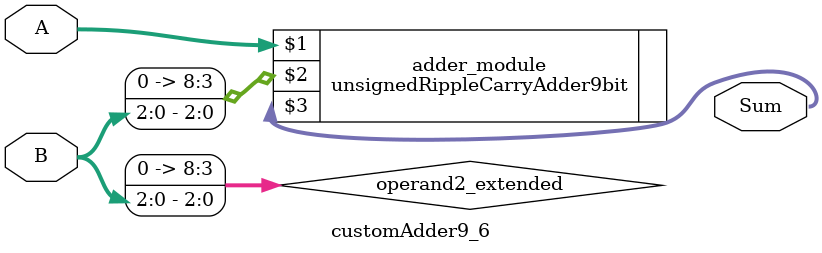
<source format=v>

module customAdder9_6(
                    input [8 : 0] A,
                    input [2 : 0] B,
                    
                    output [9 : 0] Sum
            );

    wire [8 : 0] operand2_extended;
    
    assign operand2_extended =  {6'b0, B};
    
    unsignedRippleCarryAdder9bit adder_module(
        A,
        operand2_extended,
        Sum
    );
    
endmodule
        
</source>
